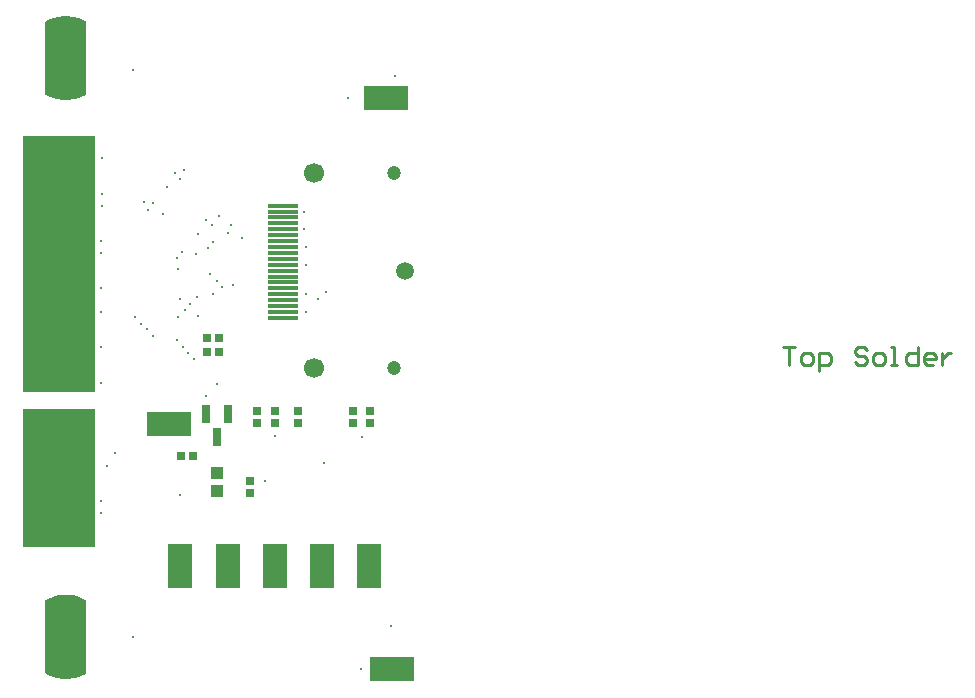
<source format=gts>
G04 Layer_Color=8388736*
%FSLAX44Y44*%
%MOMM*%
G71*
G01*
G75*
%ADD25C,0.2540*%
%ADD27C,1.7000*%
%ADD32R,6.1000X21.7000*%
%ADD33R,6.1000X11.7000*%
%ADD34R,0.6500X0.7500*%
%ADD35R,0.7500X0.6500*%
%ADD36R,0.7000X1.6000*%
%ADD37R,1.1000X1.0000*%
%ADD38R,2.5000X0.3800*%
%ADD39R,2.1500X3.7500*%
%ADD40R,3.7500X2.1500*%
%ADD41R,4.3000X0.8000*%
%ADD42R,3.3000X0.8000*%
%ADD43C,1.5000*%
%ADD44C,1.2000*%
%ADD45C,1.0700*%
%ADD46C,0.3000*%
G36*
X35203Y-164501D02*
X35234Y-164501D01*
X39543Y-165038D01*
X39574Y-165045D01*
X39605Y-165050D01*
X43815Y-166115D01*
X43845Y-166126D01*
X43874Y-166134D01*
X47921Y-167712D01*
X47948Y-167726D01*
X47977Y-167738D01*
X49838Y-168745D01*
X49842Y-168746D01*
X49866Y-168758D01*
X49890Y-168769D01*
X49909Y-168782D01*
X49929Y-168792D01*
X49950Y-168809D01*
X49972Y-168824D01*
X49988Y-168840D01*
X50005Y-168855D01*
X50022Y-168876D01*
X50041Y-168894D01*
X50053Y-168913D01*
X50068Y-168931D01*
X50080Y-168954D01*
X50095Y-168977D01*
X50104Y-168998D01*
X50114Y-169018D01*
X50122Y-169043D01*
X50132Y-169068D01*
X50136Y-169090D01*
X50143Y-169112D01*
X50145Y-169139D01*
X50150Y-169165D01*
X50150Y-169187D01*
X50152Y-169210D01*
Y-230790D01*
X50150Y-230814D01*
X50150Y-230837D01*
X50145Y-230862D01*
X50143Y-230888D01*
X50136Y-230911D01*
X50132Y-230933D01*
X50122Y-230957D01*
X50114Y-230982D01*
X50103Y-231003D01*
X50094Y-231025D01*
X50080Y-231046D01*
X50068Y-231069D01*
X50053Y-231087D01*
X50040Y-231107D01*
X50022Y-231125D01*
X50005Y-231145D01*
X49987Y-231160D01*
X49971Y-231177D01*
X49949Y-231191D01*
X49929Y-231208D01*
X49908Y-231219D01*
X49889Y-231232D01*
X47979Y-232265D01*
X47950Y-232277D01*
X47922Y-232291D01*
X43875Y-233869D01*
X43845Y-233877D01*
X43816Y-233888D01*
X39605Y-234953D01*
X39574Y-234957D01*
X39544Y-234964D01*
X35233Y-235501D01*
X35202Y-235501D01*
X35171Y-235504D01*
X30828Y-235504D01*
X30796Y-235501D01*
X30765Y-235500D01*
X26455Y-234963D01*
X26425Y-234956D01*
X26394Y-234951D01*
X22183Y-233885D01*
X22154Y-233874D01*
X22124Y-233866D01*
X18077Y-232287D01*
X18050Y-232273D01*
X18021Y-232261D01*
X16111Y-231228D01*
X16101Y-231222D01*
X16091Y-231217D01*
X16080Y-231208D01*
X16071Y-231203D01*
X16053Y-231189D01*
X16029Y-231173D01*
X16021Y-231165D01*
X16012Y-231158D01*
X16003Y-231147D01*
X15995Y-231141D01*
X15980Y-231123D01*
X15960Y-231103D01*
X15954Y-231093D01*
X15946Y-231085D01*
X15939Y-231073D01*
X15932Y-231065D01*
X15921Y-231044D01*
X15906Y-231021D01*
X15901Y-231010D01*
X15896Y-231000D01*
X15891Y-230987D01*
X15886Y-230978D01*
X15879Y-230956D01*
X15868Y-230929D01*
X15866Y-230918D01*
X15862Y-230908D01*
X15860Y-230894D01*
X15857Y-230884D01*
X15855Y-230860D01*
X15850Y-230833D01*
X15850Y-230821D01*
X15848Y-230810D01*
X15849Y-230797D01*
X15848Y-230786D01*
Y-169210D01*
X15850Y-169187D01*
X15850Y-169163D01*
X15855Y-169138D01*
X15857Y-169112D01*
X15864Y-169090D01*
X15869Y-169067D01*
X15878Y-169042D01*
X15886Y-169018D01*
X15897Y-168997D01*
X15906Y-168975D01*
X15920Y-168954D01*
X15932Y-168931D01*
X15947Y-168913D01*
X15960Y-168893D01*
X15978Y-168875D01*
X15995Y-168855D01*
X16013Y-168840D01*
X16029Y-168823D01*
X16051Y-168809D01*
X16071Y-168792D01*
X16091Y-168781D01*
X16111Y-168768D01*
X16135Y-168758D01*
X16158Y-168746D01*
X16162Y-168745D01*
X18023Y-167738D01*
X18052Y-167726D01*
X18079Y-167712D01*
X22126Y-166134D01*
X22156Y-166126D01*
X22185Y-166115D01*
X26395Y-165050D01*
X26426Y-165045D01*
X26456Y-165038D01*
X30766Y-164501D01*
X30797Y-164501D01*
X30828Y-164498D01*
X35172D01*
X35203Y-164501D01*
D02*
G37*
G36*
Y325499D02*
X35234Y325499D01*
X39543Y324962D01*
X39574Y324955D01*
X39605Y324950D01*
X43815Y323885D01*
X43845Y323874D01*
X43874Y323866D01*
X47921Y322288D01*
X47948Y322274D01*
X47977Y322262D01*
X49838Y321255D01*
X49842Y321254D01*
X49866Y321242D01*
X49890Y321231D01*
X49909Y321218D01*
X49929Y321208D01*
X49950Y321191D01*
X49972Y321176D01*
X49988Y321160D01*
X50005Y321145D01*
X50022Y321125D01*
X50041Y321106D01*
X50053Y321087D01*
X50068Y321069D01*
X50080Y321046D01*
X50095Y321023D01*
X50104Y321002D01*
X50114Y320982D01*
X50122Y320957D01*
X50132Y320932D01*
X50136Y320910D01*
X50143Y320888D01*
X50145Y320862D01*
X50150Y320835D01*
X50150Y320813D01*
X50152Y320790D01*
Y259210D01*
X50150Y259186D01*
X50150Y259163D01*
X50145Y259138D01*
X50143Y259112D01*
X50136Y259089D01*
X50132Y259067D01*
X50122Y259043D01*
X50114Y259018D01*
X50103Y258997D01*
X50094Y258975D01*
X50080Y258954D01*
X50068Y258931D01*
X50053Y258913D01*
X50040Y258893D01*
X50022Y258875D01*
X50005Y258855D01*
X49987Y258840D01*
X49971Y258823D01*
X49949Y258809D01*
X49929Y258792D01*
X49908Y258781D01*
X49889Y258768D01*
X47979Y257735D01*
X47950Y257723D01*
X47922Y257709D01*
X43875Y256131D01*
X43845Y256123D01*
X43816Y256112D01*
X39605Y255047D01*
X39574Y255043D01*
X39544Y255036D01*
X35233Y254499D01*
X35202Y254499D01*
X35171Y254496D01*
X30828Y254496D01*
X30796Y254499D01*
X30765Y254500D01*
X26455Y255037D01*
X26425Y255044D01*
X26394Y255049D01*
X22183Y256115D01*
X22154Y256126D01*
X22124Y256134D01*
X18077Y257713D01*
X18050Y257727D01*
X18021Y257739D01*
X16111Y258772D01*
X16101Y258778D01*
X16091Y258783D01*
X16080Y258792D01*
X16071Y258797D01*
X16053Y258811D01*
X16029Y258827D01*
X16021Y258835D01*
X16012Y258842D01*
X16003Y258853D01*
X15995Y258859D01*
X15980Y258877D01*
X15960Y258897D01*
X15954Y258907D01*
X15946Y258915D01*
X15939Y258927D01*
X15932Y258935D01*
X15921Y258956D01*
X15906Y258979D01*
X15901Y258990D01*
X15896Y259000D01*
X15891Y259013D01*
X15886Y259022D01*
X15879Y259044D01*
X15868Y259071D01*
X15866Y259082D01*
X15862Y259092D01*
X15860Y259106D01*
X15857Y259116D01*
X15855Y259140D01*
X15850Y259167D01*
X15850Y259179D01*
X15848Y259190D01*
X15849Y259203D01*
X15848Y259214D01*
Y320790D01*
X15850Y320813D01*
X15850Y320837D01*
X15855Y320862D01*
X15857Y320888D01*
X15864Y320910D01*
X15869Y320933D01*
X15878Y320958D01*
X15886Y320982D01*
X15897Y321003D01*
X15906Y321025D01*
X15920Y321046D01*
X15932Y321069D01*
X15947Y321087D01*
X15960Y321107D01*
X15978Y321125D01*
X15995Y321145D01*
X16013Y321160D01*
X16029Y321177D01*
X16051Y321191D01*
X16071Y321208D01*
X16091Y321219D01*
X16111Y321232D01*
X16135Y321242D01*
X16158Y321254D01*
X16162Y321255D01*
X18023Y322262D01*
X18052Y322274D01*
X18079Y322288D01*
X22126Y323866D01*
X22156Y323874D01*
X22185Y323885D01*
X26395Y324950D01*
X26426Y324955D01*
X26456Y324962D01*
X30766Y325499D01*
X30797Y325499D01*
X30828Y325502D01*
X35172D01*
X35203Y325499D01*
D02*
G37*
D25*
X640000Y45235D02*
X650157D01*
X645078D01*
Y30000D01*
X657774D02*
X662853D01*
X665392Y32539D01*
Y37617D01*
X662853Y40157D01*
X657774D01*
X655235Y37617D01*
Y32539D01*
X657774Y30000D01*
X670470Y24922D02*
Y40157D01*
X678088D01*
X680627Y37617D01*
Y32539D01*
X678088Y30000D01*
X670470D01*
X711097Y42696D02*
X708558Y45235D01*
X703480D01*
X700940Y42696D01*
Y40157D01*
X703480Y37617D01*
X708558D01*
X711097Y35078D01*
Y32539D01*
X708558Y30000D01*
X703480D01*
X700940Y32539D01*
X718715Y30000D02*
X723793D01*
X726332Y32539D01*
Y37617D01*
X723793Y40157D01*
X718715D01*
X716175Y37617D01*
Y32539D01*
X718715Y30000D01*
X731410D02*
X736489D01*
X733950D01*
Y45235D01*
X731410D01*
X754263D02*
Y30000D01*
X746646D01*
X744106Y32539D01*
Y37617D01*
X746646Y40157D01*
X754263D01*
X766959Y30000D02*
X761881D01*
X759341Y32539D01*
Y37617D01*
X761881Y40157D01*
X766959D01*
X769498Y37617D01*
Y35078D01*
X759341D01*
X774576Y40157D02*
Y30000D01*
Y35078D01*
X777116Y37617D01*
X779655Y40157D01*
X782194D01*
D27*
X243200Y27500D02*
D03*
Y192500D02*
D03*
D32*
X27500Y115499D02*
D03*
D33*
Y-65500D02*
D03*
D34*
X163000Y53000D02*
D03*
X153000D02*
D03*
X153000Y41000D02*
D03*
X163000D02*
D03*
X141000Y-47000D02*
D03*
X131000D02*
D03*
D35*
X230000Y-19000D02*
D03*
Y-9000D02*
D03*
X210000Y-19000D02*
D03*
Y-9000D02*
D03*
X276000Y-19000D02*
D03*
Y-9000D02*
D03*
X195000Y-19000D02*
D03*
Y-9000D02*
D03*
X291000Y-19000D02*
D03*
Y-9000D02*
D03*
X189000Y-78000D02*
D03*
Y-68000D02*
D03*
D36*
X161000Y-30500D02*
D03*
X151500Y-11500D02*
D03*
X170500D02*
D03*
D37*
X161000Y-61000D02*
D03*
Y-77000D02*
D03*
D38*
X217200Y70000D02*
D03*
Y75000D02*
D03*
Y80000D02*
D03*
Y85000D02*
D03*
Y90000D02*
D03*
Y95000D02*
D03*
Y100000D02*
D03*
Y105000D02*
D03*
Y110000D02*
D03*
Y115000D02*
D03*
Y120000D02*
D03*
Y125000D02*
D03*
Y130000D02*
D03*
Y135000D02*
D03*
Y140000D02*
D03*
Y145000D02*
D03*
Y150000D02*
D03*
Y155000D02*
D03*
Y160000D02*
D03*
Y165000D02*
D03*
D39*
X130000Y-140000D02*
D03*
X170000D02*
D03*
X210000D02*
D03*
X250000D02*
D03*
X290000D02*
D03*
D40*
X309000Y-227000D02*
D03*
X120000Y-20000D02*
D03*
X304000Y256000D02*
D03*
D41*
X35000Y135000D02*
D03*
Y115000D02*
D03*
Y85000D02*
D03*
Y215000D02*
D03*
Y185000D02*
D03*
Y155000D02*
D03*
Y165000D02*
D03*
Y205000D02*
D03*
Y175000D02*
D03*
Y105000D02*
D03*
Y125000D02*
D03*
Y195000D02*
D03*
Y95000D02*
D03*
Y145000D02*
D03*
Y65000D02*
D03*
Y-35000D02*
D03*
Y55000D02*
D03*
Y25000D02*
D03*
Y-105000D02*
D03*
Y-85000D02*
D03*
Y-15000D02*
D03*
Y-45000D02*
D03*
Y15000D02*
D03*
Y45000D02*
D03*
Y-65000D02*
D03*
Y-55000D02*
D03*
Y-25000D02*
D03*
Y-95000D02*
D03*
Y-75000D02*
D03*
Y35000D02*
D03*
Y75000D02*
D03*
D42*
X40000Y-115000D02*
D03*
D43*
X320000Y110000D02*
D03*
D44*
X311000Y192500D02*
D03*
Y27500D02*
D03*
D45*
X33000Y262300D02*
D03*
Y317700D02*
D03*
Y-172300D02*
D03*
Y-227700D02*
D03*
D46*
X161000Y14000D02*
D03*
X246500Y86250D02*
D03*
X253500Y91500D02*
D03*
X283000Y-227000D02*
D03*
X308000Y-191000D02*
D03*
X312000Y275000D02*
D03*
X272000Y256000D02*
D03*
X153404Y129404D02*
D03*
X156596Y148404D02*
D03*
X158000Y134000D02*
D03*
X126894Y120894D02*
D03*
X131490Y125490D02*
D03*
X130000Y188000D02*
D03*
X161000Y101000D02*
D03*
X165596Y96404D02*
D03*
X170000Y142000D02*
D03*
X97000Y65000D02*
D03*
X101596Y60404D02*
D03*
X103000Y161000D02*
D03*
X173000Y149000D02*
D03*
X107000Y167000D02*
D03*
X136606Y40394D02*
D03*
X132010Y44990D02*
D03*
X138596Y81596D02*
D03*
X134000Y77000D02*
D03*
X125404Y192596D02*
D03*
X152000Y153000D02*
D03*
X143000Y124000D02*
D03*
X128000Y111000D02*
D03*
X163000Y156000D02*
D03*
X145000Y141000D02*
D03*
X182000Y138000D02*
D03*
X155000Y107000D02*
D03*
X175000Y98000D02*
D03*
X158000Y90000D02*
D03*
X145000Y72000D02*
D03*
X130000Y86000D02*
D03*
X144000Y88000D02*
D03*
X128000Y71000D02*
D03*
X127000Y51000D02*
D03*
X142000Y35000D02*
D03*
X92000Y71000D02*
D03*
X115000Y158000D02*
D03*
X99000Y168000D02*
D03*
X119000Y181000D02*
D03*
X133000Y195000D02*
D03*
X235000Y160000D02*
D03*
Y145000D02*
D03*
X236000Y130000D02*
D03*
Y115000D02*
D03*
Y75000D02*
D03*
X63000D02*
D03*
Y95000D02*
D03*
Y125000D02*
D03*
Y135000D02*
D03*
X64000Y165000D02*
D03*
Y175000D02*
D03*
Y205000D02*
D03*
X63000Y45000D02*
D03*
Y15000D02*
D03*
X284000Y-31000D02*
D03*
X152000Y4000D02*
D03*
X202000Y-68000D02*
D03*
X63000Y-85000D02*
D03*
Y-95000D02*
D03*
X107000Y55000D02*
D03*
X130000Y-80000D02*
D03*
X75000Y-44000D02*
D03*
X68000Y-55000D02*
D03*
X236000Y90000D02*
D03*
X90000Y280000D02*
D03*
Y-200000D02*
D03*
X252000Y-53000D02*
D03*
X210000Y-30000D02*
D03*
M02*

</source>
